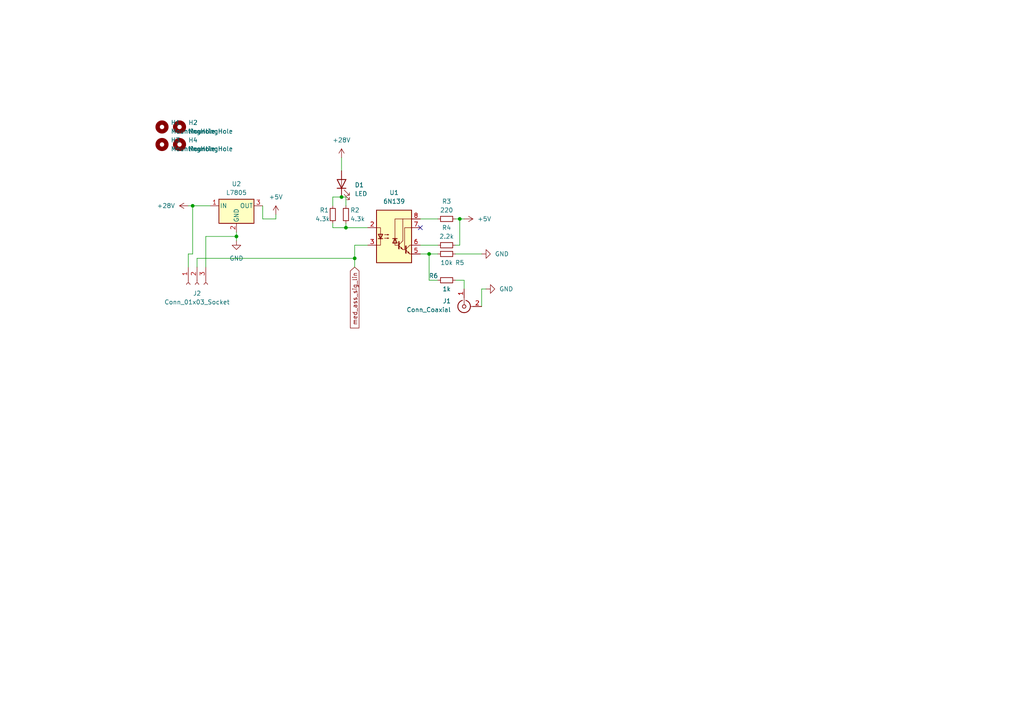
<source format=kicad_sch>
(kicad_sch (version 20230121) (generator eeschema)
  (paper "A4")
  (lib_symbols
    (symbol "Connector:Conn_01x03_Socket" (pin_names (offset 1.016) hide)
      (property "Reference" "J" (at 0 5.08 0))
      (property "Value" "Conn_01x03_Socket" (at 0 -5.08 0))
      (symbol "Conn_01x03_Socket_1_1"
        (arc (start 0 -2.032) (mid -0.5058 -2.54) (end 0 -3.048) (stroke (width 0.1524)))
        (polyline (pts (xy -1.27 -2.54) (xy -0.508 -2.54)) (stroke (width 0.1524)))
        (polyline (pts (xy -1.27 0) (xy -0.508 0)) (stroke (width 0.1524)))
        (polyline (pts (xy -1.27 2.54) (xy -0.508 2.54)) (stroke (width 0.1524)))
        (arc (start 0 0.508) (mid -0.5058 0) (end 0 -0.508) (stroke (width 0.1524)))
        (arc (start 0 3.048) (mid -0.5058 2.54) (end 0 2.032) (stroke (width 0.1524)))
        (pin passive line (at -5.08 2.54 0) (length 3.81) (name "Pin_1") (number "1"))
        (pin passive line (at -5.08 0 0) (length 3.81) (name "Pin_2") (number "2"))
        (pin passive line (at -5.08 -2.54 0) (length 3.81) (name "Pin_3") (number "3"))
      )
    )
    (symbol "Connector:Conn_Coaxial" (pin_names (offset 1.016) hide)
      (property "Reference" "J" (at 0.254 3.048 0))
      (property "Value" "Conn_Coaxial" (at 2.921 0 90))
      (symbol "Conn_Coaxial_0_1"
        (arc (start -1.778 -0.508) (mid 0.2311 -1.8066) (end 1.778 0) (stroke (width 0.254)))
        (polyline (pts (xy -2.54 0) (xy -0.508 0)))
        (polyline (pts (xy 0 -2.54) (xy 0 -1.778)))
        (circle (center 0 0) (radius 0.508) (stroke (width 0.2032)))
        (arc (start 1.778 0) (mid 0.2099 1.8101) (end -1.778 0.508) (stroke (width 0.254)))
      )
      (symbol "Conn_Coaxial_1_1"
        (pin passive line (at -5.08 0 0) (length 2.54) (name "In") (number "1"))
        (pin passive line (at 0 -5.08 90) (length 2.54) (name "Ext") (number "2"))
      )
    )
    (symbol "Device:LED" (pin_numbers hide) (pin_names (offset 1.016) hide)
      (property "Reference" "D" (at 0 2.54 0))
      (property "Value" "LED" (at 0 -2.54 0))
      (symbol "LED_0_1"
        (polyline (pts (xy -1.27 -1.27) (xy -1.27 1.27)) (stroke (width 0.254)))
        (polyline (pts (xy -1.27 0) (xy 1.27 0)))
        (polyline (pts (xy 1.27 -1.27) (xy 1.27 1.27) (xy -1.27 0) (xy 1.27 -1.27)) (stroke (width 0.254)))
        (polyline (pts (xy -3.048 -0.762) (xy -4.572 -2.286) (xy -3.81 -2.286) (xy -4.572 -2.286) (xy -4.572 -1.524)))
        (polyline (pts (xy -1.778 -0.762) (xy -3.302 -2.286) (xy -2.54 -2.286) (xy -3.302 -2.286) (xy -3.302 -1.524)))
      )
      (symbol "LED_1_1"
        (pin passive line (at -3.81 0 0) (length 2.54) (name "K") (number "1"))
        (pin passive line (at 3.81 0 180) (length 2.54) (name "A") (number "2"))
      )
    )
    (symbol "Device:R_Small" (pin_numbers hide) (pin_names (offset 0.254) hide)
      (property "Reference" "R" (at 0.762 0.508 0))
      (property "Value" "R_Small" (at 0.762 -1.016 0))
      (symbol "R_Small_0_1"
        (rectangle (start -0.762 1.778) (end 0.762 -1.778) (stroke (width 0.2032)))
      )
      (symbol "R_Small_1_1"
        (pin passive line (at 0 2.54 270) (length 0.762) (name "~") (number "1"))
        (pin passive line (at 0 -2.54 90) (length 0.762) (name "~") (number "2"))
      )
    )
    (symbol "Isolator:6N139" (pin_names (offset 1.016) hide)
      (property "Reference" "U" (at -4.064 8.89 0))
      (property "Value" "6N139" (at 2.286 8.89 0))
      (symbol "6N139_0_1"
        (rectangle (start -5.08 7.62) (end 5.08 -7.62) (stroke (width 0.254)) (fill (type background)))
        (polyline (pts (xy -4.572 -0.635) (xy -3.302 -0.635)) (stroke (width 0.254)))
        (polyline (pts (xy 0.889 -0.635) (xy -0.381 -0.635)) (stroke (width 0.254)))
        (polyline (pts (xy 1.397 -2.667) (xy 2.54 -3.81)))
        (polyline (pts (xy 1.397 -2.413) (xy 2.54 -1.27)))
        (polyline (pts (xy 2.54 -3.81) (xy 3.175 -3.81)))
        (polyline (pts (xy 3.429 -3.937) (xy 4.572 -5.08)))
        (polyline (pts (xy 3.429 -3.683) (xy 4.572 -2.54)))
        (polyline (pts (xy 4.572 -5.08) (xy 5.08 -5.08)))
        (polyline (pts (xy 4.572 -2.54) (xy 5.08 -2.54)))
        (polyline (pts (xy 1.397 -1.524) (xy 1.397 -3.556) (xy 1.397 -3.556)) (stroke (width 0.3556)))
        (polyline (pts (xy 2.54 -1.27) (xy 2.54 5.08) (xy 5.08 5.08)))
        (polyline (pts (xy 3.429 -2.794) (xy 3.429 -4.826) (xy 3.429 -4.826)) (stroke (width 0.3556)))
        (polyline (pts (xy 5.08 2.54) (xy 3.048 2.54) (xy 3.048 -3.81)))
        (polyline (pts (xy -5.08 -2.54) (xy -3.937 -2.54) (xy -3.937 2.54) (xy -5.08 2.54)))
        (polyline (pts (xy -3.937 -0.635) (xy -4.572 0.635) (xy -3.302 0.635) (xy -3.937 -0.635)) (stroke (width 0.254)))
        (polyline (pts (xy 0.254 -0.635) (xy 0.889 -1.905) (xy -0.381 -1.905) (xy 0.254 -0.635)) (stroke (width 0.254)))
        (polyline (pts (xy 1.27 -2.54) (xy 0.254 -2.54) (xy 0.254 5.08) (xy 2.54 5.08)))
        (polyline (pts (xy 2.413 -3.683) (xy 2.159 -3.175) (xy 1.905 -3.429) (xy 2.413 -3.683)))
        (polyline (pts (xy 4.445 -4.953) (xy 4.191 -4.445) (xy 3.937 -4.699) (xy 4.445 -4.953)))
        (polyline (pts (xy -2.794 -0.508) (xy -1.524 -0.508) (xy -1.905 -0.635) (xy -1.905 -0.381) (xy -1.524 -0.508)))
        (polyline (pts (xy -2.794 0.508) (xy -1.524 0.508) (xy -1.905 0.381) (xy -1.905 0.635) (xy -1.524 0.508)))
      )
      (symbol "6N139_1_1"
        (pin no_connect line (at -5.08 5.08 0) (length 2.54) hide (name "NC") (number "1"))
        (pin passive line (at -7.62 2.54 0) (length 2.54) (name "C1") (number "2"))
        (pin passive line (at -7.62 -2.54 0) (length 2.54) (name "C2") (number "3"))
        (pin no_connect line (at -5.08 -5.08 0) (length 2.54) hide (name "NC") (number "4"))
        (pin passive line (at 7.62 -5.08 180) (length 2.54) (name "GND") (number "5"))
        (pin passive line (at 7.62 -2.54 180) (length 2.54) (name "VO2") (number "6"))
        (pin passive line (at 7.62 2.54 180) (length 2.54) (name "VO1") (number "7"))
        (pin passive line (at 7.62 5.08 180) (length 2.54) (name "VCC") (number "8"))
      )
    )
    (symbol "Mechanical:MountingHole" (pin_names (offset 1.016))
      (property "Reference" "H" (at 0 5.08 0))
      (property "Value" "MountingHole" (at 0 3.175 0))
      (symbol "MountingHole_0_1"
        (circle (center 0 0) (radius 1.27) (stroke (width 1.27)))
      )
    )
    (symbol "Regulator_Linear:L7805" (pin_names (offset 0.254))
      (property "Reference" "U" (at -3.81 3.175 0))
      (property "Value" "L7805" (at 0 3.175 0))
      (symbol "L7805_0_1"
        (rectangle (start -5.08 1.905) (end 5.08 -5.08) (stroke (width 0.254)) (fill (type background)))
      )
      (symbol "L7805_1_1"
        (pin power_in line (at -7.62 0 0) (length 2.54) (name "IN") (number "1"))
        (pin power_in line (at 0 -7.62 90) (length 2.54) (name "GND") (number "2"))
        (pin power_out line (at 7.62 0 180) (length 2.54) (name "OUT") (number "3"))
      )
    )
    (symbol "power:+28V" (power) (pin_names (offset 0))
      (property "Value" "+28V" (at 0 3.81 0))
      (symbol "+28V_0_1"
        (polyline (pts (xy -0.762 1.27) (xy 0 2.54)))
        (polyline (pts (xy 0 0) (xy 0 2.54)))
        (polyline (pts (xy 0 2.54) (xy 0.762 1.27)))
      )
      (symbol "+28V_1_1"
        (pin power_in line (at 0 0 90) (length 0) hide (name "+28V") (number "1"))
      )
    )
    (symbol "power:+5V" (power) (pin_names (offset 0))
      (property "Value" "+5V" (at 0 3.556 0))
      (symbol "+5V_0_1"
        (polyline (pts (xy -0.762 1.27) (xy 0 2.54)))
        (polyline (pts (xy 0 0) (xy 0 2.54)))
        (polyline (pts (xy 0 2.54) (xy 0.762 1.27)))
      )
      (symbol "+5V_1_1"
        (pin power_in line (at 0 0 90) (length 0) hide (name "+5V") (number "1"))
      )
    )
    (symbol "power:GND" (power) (pin_names (offset 0))
      (property "Value" "GND" (at 0 -3.81 0))
      (symbol "GND_0_1"
        (polyline (pts (xy 0 0) (xy 0 -1.27) (xy 1.27 -1.27) (xy 0 -2.54) (xy -1.27 -1.27) (xy 0 -1.27)))
      )
      (symbol "GND_1_1"
        (pin power_in line (at 0 0 270) (length 0) hide (name "GND") (number "1"))
      )
    )
  )
  (junction (at 124.46 73.66))
  (junction (at 55.88 59.69))
  (junction (at 133.35 63.5))
  (junction (at 68.58 68.58))
  (junction (at 99.06 57.15))
  (junction (at 102.87 74.93))
  (junction (at 100.33 66.04))
  (no_connect (at 121.92 66.04))
  (wire (pts (xy 80.01 62.23) (xy 80.01 63.5)))
  (wire (pts (xy 76.2 63.5) (xy 80.01 63.5)))
  (wire (pts (xy 121.92 73.66) (xy 124.46 73.66)))
  (wire (pts (xy 57.15 74.93) (xy 57.15 77.47)))
  (wire (pts (xy 133.35 63.5) (xy 134.62 63.5)))
  (wire (pts (xy 132.08 73.66) (xy 139.7 73.66)))
  (wire (pts (xy 100.33 64.77) (xy 100.33 66.04)))
  (wire (pts (xy 68.58 68.58) (xy 68.58 69.85)))
  (wire (pts (xy 124.46 81.28) (xy 127 81.28)))
  (wire (pts (xy 54.61 59.69) (xy 55.88 59.69)))
  (wire (pts (xy 124.46 73.66) (xy 127 73.66)))
  (wire (pts (xy 134.62 81.28) (xy 134.62 83.82)))
  (wire (pts (xy 96.52 57.15) (xy 99.06 57.15)))
  (wire (pts (xy 102.87 71.12) (xy 106.68 71.12)))
  (wire (pts (xy 133.35 71.12) (xy 132.08 71.12)))
  (wire (pts (xy 100.33 66.04) (xy 106.68 66.04)))
  (wire (pts (xy 133.35 63.5) (xy 133.35 71.12)))
  (wire (pts (xy 139.7 83.82) (xy 140.97 83.82)))
  (wire (pts (xy 96.52 66.04) (xy 100.33 66.04)))
  (wire (pts (xy 54.61 73.66) (xy 54.61 77.47)))
  (wire (pts (xy 76.2 59.69) (xy 76.2 63.5)))
  (wire (pts (xy 68.58 67.31) (xy 68.58 68.58)))
  (wire (pts (xy 59.69 77.47) (xy 59.69 68.58)))
  (wire (pts (xy 55.88 59.69) (xy 55.88 73.66)))
  (wire (pts (xy 55.88 73.66) (xy 54.61 73.66)))
  (wire (pts (xy 121.92 63.5) (xy 127 63.5)))
  (wire (pts (xy 132.08 81.28) (xy 134.62 81.28)))
  (wire (pts (xy 55.88 59.69) (xy 60.96 59.69)))
  (wire (pts (xy 124.46 73.66) (xy 124.46 81.28)))
  (wire (pts (xy 100.33 57.15) (xy 100.33 59.69)))
  (wire (pts (xy 121.92 71.12) (xy 127 71.12)))
  (wire (pts (xy 102.87 77.47) (xy 102.87 74.93)))
  (wire (pts (xy 132.08 63.5) (xy 133.35 63.5)))
  (wire (pts (xy 102.87 74.93) (xy 102.87 71.12)))
  (wire (pts (xy 96.52 59.69) (xy 96.52 57.15)))
  (wire (pts (xy 96.52 64.77) (xy 96.52 66.04)))
  (wire (pts (xy 59.69 68.58) (xy 68.58 68.58)))
  (wire (pts (xy 99.06 45.72) (xy 99.06 49.53)))
  (wire (pts (xy 57.15 74.93) (xy 102.87 74.93)))
  (wire (pts (xy 99.06 57.15) (xy 100.33 57.15)))
  (wire (pts (xy 139.7 83.82) (xy 139.7 88.9)))
  (global_label "med_ass_sig_lin" (shape input) (at 102.87 77.47 270) (property "Intersheetrefs" "${INTERSHEET_REFS}" (effects hide)))
  (symbol (lib_id "Device:R_Small") (at 96.52 62.23 0) (unit 1)
    (property "Reference" "R1" (at 92.71 60.96 0) (effects (justify left)))
    (property "Value" "4.3k" (at 91.44 63.5 0) (effects (justify left)))
    (property "Footprint" "Resistor_THT:R_Axial_DIN0309_L9.0mm_D3.2mm_P12.70mm_Horizontal" (effects hide))
  )
  (symbol (lib_id "power:+5V") (at 134.62 63.5 270) (unit 1)
    (property "Reference" "#PWR05" (effects hide))
    (property "Value" "+5V" (at 138.43 63.5 90) (effects (justify left)))
  )
  (symbol (lib_id "Device:R_Small") (at 129.54 63.5 90) (unit 1)
    (property "Reference" "R3" (at 129.54 58.42 90))
    (property "Value" "220" (at 129.54 60.96 90))
    (property "Footprint" "Resistor_THT:R_Axial_DIN0309_L9.0mm_D3.2mm_P12.70mm_Horizontal" (effects hide))
  )
  (symbol (lib_id "Mechanical:MountingHole") (at 46.99 41.91 0) (unit 1)
    (property "Reference" "H3" (at 49.53 40.64 0) (effects (justify left)))
    (property "Value" "MountingHole" (at 49.53 43.18 0) (effects (justify left)))
    (property "Footprint" "MountingHole:MountingHole_3.2mm_M3" (effects hide))
  )
  (symbol (lib_id "Device:LED") (at 99.06 53.34 90) (unit 1)
    (property "Reference" "D1" (at 102.87 53.6575 90) (effects (justify right)))
    (property "Value" "LED" (at 102.87 56.1975 90) (effects (justify right)))
    (property "Footprint" "LED_THT:LED_D5.0mm" (effects hide))
  )
  (symbol (lib_id "power:GND") (at 140.97 83.82 90) (unit 1)
    (property "Reference" "#PWR07" (effects hide))
    (property "Value" "GND" (at 144.78 83.82 90) (effects (justify right)))
  )
  (symbol (lib_id "power:+28V") (at 99.06 45.72 0) (unit 1)
    (property "Reference" "#PWR04" (effects hide))
    (property "Value" "+28V" (at 99.06 40.64 0))
  )
  (symbol (lib_id "Mechanical:MountingHole") (at 46.99 36.83 0) (unit 1)
    (property "Reference" "H1" (at 49.53 35.56 0) (effects (justify left)))
    (property "Value" "MountingHole" (at 49.53 38.1 0) (effects (justify left)))
    (property "Footprint" "MountingHole:MountingHole_3.2mm_M3" (effects hide))
  )
  (symbol (lib_id "Mechanical:MountingHole") (at 52.07 41.91 0) (unit 1)
    (property "Reference" "H4" (at 54.61 40.64 0) (effects (justify left)))
    (property "Value" "MountingHole" (at 54.61 43.18 0) (effects (justify left)))
    (property "Footprint" "MountingHole:MountingHole_3.2mm_M3" (effects hide))
  )
  (symbol (lib_id "Connector:Conn_Coaxial") (at 134.62 88.9 90) (mirror x) (unit 1)
    (property "Reference" "J1" (at 130.81 87.3125 90) (effects (justify left)))
    (property "Value" "Conn_Coaxial" (at 130.81 89.8525 90) (effects (justify left)))
    (property "Footprint" "TerminalBlock:TerminalBlock_Altech_AK300-2_P5.00mm" (effects hide))
    (property "Datasheet" " ~" (effects hide))
  )
  (symbol (lib_id "power:GND") (at 139.7 73.66 90) (unit 1)
    (property "Reference" "#PWR06" (effects hide))
    (property "Value" "GND" (at 143.51 73.66 90) (effects (justify right)))
  )
  (symbol (lib_id "Connector:Conn_01x03_Socket") (at 57.15 82.55 90) (mirror x) (unit 1)
    (property "Reference" "J2" (at 57.15 85.09 90))
    (property "Value" "Conn_01x03_Socket" (at 57.15 87.63 90))
    (property "Footprint" "TerminalBlock:TerminalBlock_Altech_AK300-3_P5.00mm" (effects hide))
  )
  (symbol (lib_id "Device:R_Small") (at 100.33 62.23 0) (unit 1)
    (property "Reference" "R2" (at 101.6 60.96 0) (effects (justify left)))
    (property "Value" "4.3k" (at 101.6 63.5 0) (effects (justify left)))
    (property "Footprint" "Resistor_THT:R_Axial_DIN0309_L9.0mm_D3.2mm_P12.70mm_Horizontal" (effects hide))
  )
  (symbol (lib_id "power:GND") (at 68.58 69.85 0) (unit 1)
    (property "Reference" "#PWR03" (effects hide))
    (property "Value" "GND" (at 68.58 74.93 0))
  )
  (symbol (lib_id "power:+28V") (at 54.61 59.69 90) (unit 1)
    (property "Reference" "#PWR02" (effects hide))
    (property "Value" "+28V" (at 50.8 59.69 90) (effects (justify left)))
  )
  (symbol (lib_id "Device:R_Small") (at 129.54 81.28 90) (unit 1)
    (property "Reference" "R6" (at 125.73 80.01 90))
    (property "Value" "1k" (at 129.54 83.82 90))
    (property "Footprint" "Resistor_THT:R_Axial_DIN0309_L9.0mm_D3.2mm_P12.70mm_Horizontal" (effects hide))
  )
  (symbol (lib_id "Regulator_Linear:L7805") (at 68.58 59.69 0) (unit 1)
    (property "Reference" "U2" (at 68.58 53.34 0))
    (property "Value" "L7805" (at 68.58 55.88 0))
    (property "Footprint" "Package_TO_SOT_THT:TO-220-3_Vertical" (effects hide))
    (property "Datasheet" "http://www.st.com/content/ccc/resource/technical/document/datasheet/41/4f/b3/b0/12/d4/47/88/CD00000444.pdf/files/CD00000444.pdf/jcr:content/translations/en.CD00000444.pdf" (effects hide))
  )
  (symbol (lib_id "Device:R_Small") (at 129.54 71.12 90) (unit 1)
    (property "Reference" "R4" (at 129.54 66.04 90))
    (property "Value" "2.2k" (at 129.54 68.58 90))
    (property "Footprint" "Resistor_THT:R_Axial_DIN0309_L9.0mm_D3.2mm_P12.70mm_Horizontal" (effects hide))
  )
  (symbol (lib_id "power:+5V") (at 80.01 62.23 0) (unit 1)
    (property "Reference" "#PWR01" (effects hide))
    (property "Value" "+5V" (at 80.01 57.15 0))
  )
  (symbol (lib_id "Isolator:6N139") (at 114.3 68.58 0) (unit 1)
    (property "Reference" "U1" (at 114.3 55.88 0))
    (property "Value" "6N139" (at 114.3 58.42 0))
    (property "Footprint" "Package_DIP:DIP-8_W7.62mm_LongPads" (effects hide))
    (property "Datasheet" "http://www.onsemi.com/pub/Collateral/HCPL2731-D.pdf" (effects hide))
  )
  (symbol (lib_id "Device:R_Small") (at 129.54 73.66 90) (unit 1)
    (property "Reference" "R5" (at 133.35 76.2 90))
    (property "Value" "10k" (at 129.54 76.2 90))
    (property "Footprint" "Resistor_THT:R_Axial_DIN0309_L9.0mm_D3.2mm_P12.70mm_Horizontal" (effects hide))
  )
  (symbol (lib_id "Mechanical:MountingHole") (at 52.07 36.83 0) (unit 1)
    (property "Reference" "H2" (at 54.61 35.56 0) (effects (justify left)))
    (property "Value" "MountingHole" (at 54.61 38.1 0) (effects (justify left)))
    (property "Footprint" "MountingHole:MountingHole_3.2mm_M3" (effects hide))
  )
)
</source>
